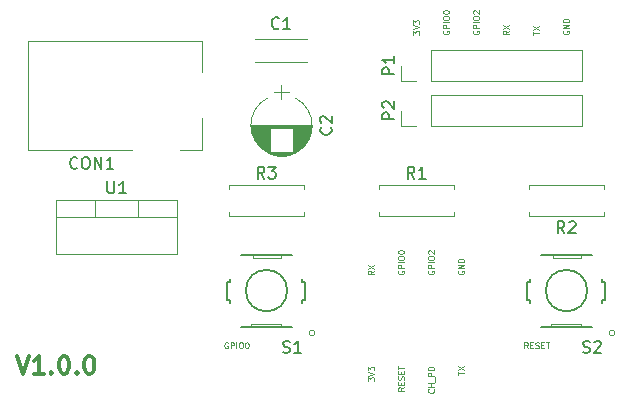
<source format=gbr>
G04 #@! TF.FileFunction,Legend,Top*
%FSLAX46Y46*%
G04 Gerber Fmt 4.6, Leading zero omitted, Abs format (unit mm)*
G04 Created by KiCad (PCBNEW 4.0.5+dfsg1-4~bpo8+1) date Mon Aug 28 11:49:41 2017*
%MOMM*%
%LPD*%
G01*
G04 APERTURE LIST*
%ADD10C,0.100000*%
%ADD11C,0.300000*%
%ADD12C,0.120000*%
%ADD13C,0.152400*%
%ADD14C,0.050800*%
%ADD15C,0.150000*%
G04 APERTURE END LIST*
D10*
X172470000Y-58039048D02*
X172446190Y-58086667D01*
X172446190Y-58158095D01*
X172470000Y-58229524D01*
X172517619Y-58277143D01*
X172565238Y-58300952D01*
X172660476Y-58324762D01*
X172731905Y-58324762D01*
X172827143Y-58300952D01*
X172874762Y-58277143D01*
X172922381Y-58229524D01*
X172946190Y-58158095D01*
X172946190Y-58110476D01*
X172922381Y-58039048D01*
X172898571Y-58015238D01*
X172731905Y-58015238D01*
X172731905Y-58110476D01*
X172946190Y-57800952D02*
X172446190Y-57800952D01*
X172946190Y-57515238D01*
X172446190Y-57515238D01*
X172946190Y-57277142D02*
X172446190Y-57277142D01*
X172446190Y-57158095D01*
X172470000Y-57086666D01*
X172517619Y-57039047D01*
X172565238Y-57015238D01*
X172660476Y-56991428D01*
X172731905Y-56991428D01*
X172827143Y-57015238D01*
X172874762Y-57039047D01*
X172922381Y-57086666D01*
X172946190Y-57158095D01*
X172946190Y-57277142D01*
X169906190Y-58372381D02*
X169906190Y-58086667D01*
X170406190Y-58229524D02*
X169906190Y-58229524D01*
X169906190Y-57967619D02*
X170406190Y-57634286D01*
X169906190Y-57634286D02*
X170406190Y-57967619D01*
X167866190Y-58015238D02*
X167628095Y-58181905D01*
X167866190Y-58300952D02*
X167366190Y-58300952D01*
X167366190Y-58110476D01*
X167390000Y-58062857D01*
X167413810Y-58039048D01*
X167461429Y-58015238D01*
X167532857Y-58015238D01*
X167580476Y-58039048D01*
X167604286Y-58062857D01*
X167628095Y-58110476D01*
X167628095Y-58300952D01*
X167366190Y-57848571D02*
X167866190Y-57515238D01*
X167366190Y-57515238D02*
X167866190Y-57848571D01*
X164850000Y-58039048D02*
X164826190Y-58086667D01*
X164826190Y-58158095D01*
X164850000Y-58229524D01*
X164897619Y-58277143D01*
X164945238Y-58300952D01*
X165040476Y-58324762D01*
X165111905Y-58324762D01*
X165207143Y-58300952D01*
X165254762Y-58277143D01*
X165302381Y-58229524D01*
X165326190Y-58158095D01*
X165326190Y-58110476D01*
X165302381Y-58039048D01*
X165278571Y-58015238D01*
X165111905Y-58015238D01*
X165111905Y-58110476D01*
X165326190Y-57800952D02*
X164826190Y-57800952D01*
X164826190Y-57610476D01*
X164850000Y-57562857D01*
X164873810Y-57539048D01*
X164921429Y-57515238D01*
X164992857Y-57515238D01*
X165040476Y-57539048D01*
X165064286Y-57562857D01*
X165088095Y-57610476D01*
X165088095Y-57800952D01*
X165326190Y-57300952D02*
X164826190Y-57300952D01*
X164826190Y-56967619D02*
X164826190Y-56872381D01*
X164850000Y-56824762D01*
X164897619Y-56777143D01*
X164992857Y-56753334D01*
X165159524Y-56753334D01*
X165254762Y-56777143D01*
X165302381Y-56824762D01*
X165326190Y-56872381D01*
X165326190Y-56967619D01*
X165302381Y-57015238D01*
X165254762Y-57062857D01*
X165159524Y-57086667D01*
X164992857Y-57086667D01*
X164897619Y-57062857D01*
X164850000Y-57015238D01*
X164826190Y-56967619D01*
X164873810Y-56562857D02*
X164850000Y-56539047D01*
X164826190Y-56491428D01*
X164826190Y-56372381D01*
X164850000Y-56324762D01*
X164873810Y-56300952D01*
X164921429Y-56277143D01*
X164969048Y-56277143D01*
X165040476Y-56300952D01*
X165326190Y-56586666D01*
X165326190Y-56277143D01*
X162310000Y-58039048D02*
X162286190Y-58086667D01*
X162286190Y-58158095D01*
X162310000Y-58229524D01*
X162357619Y-58277143D01*
X162405238Y-58300952D01*
X162500476Y-58324762D01*
X162571905Y-58324762D01*
X162667143Y-58300952D01*
X162714762Y-58277143D01*
X162762381Y-58229524D01*
X162786190Y-58158095D01*
X162786190Y-58110476D01*
X162762381Y-58039048D01*
X162738571Y-58015238D01*
X162571905Y-58015238D01*
X162571905Y-58110476D01*
X162786190Y-57800952D02*
X162286190Y-57800952D01*
X162286190Y-57610476D01*
X162310000Y-57562857D01*
X162333810Y-57539048D01*
X162381429Y-57515238D01*
X162452857Y-57515238D01*
X162500476Y-57539048D01*
X162524286Y-57562857D01*
X162548095Y-57610476D01*
X162548095Y-57800952D01*
X162786190Y-57300952D02*
X162286190Y-57300952D01*
X162286190Y-56967619D02*
X162286190Y-56872381D01*
X162310000Y-56824762D01*
X162357619Y-56777143D01*
X162452857Y-56753334D01*
X162619524Y-56753334D01*
X162714762Y-56777143D01*
X162762381Y-56824762D01*
X162786190Y-56872381D01*
X162786190Y-56967619D01*
X162762381Y-57015238D01*
X162714762Y-57062857D01*
X162619524Y-57086667D01*
X162452857Y-57086667D01*
X162357619Y-57062857D01*
X162310000Y-57015238D01*
X162286190Y-56967619D01*
X162286190Y-56443809D02*
X162286190Y-56396190D01*
X162310000Y-56348571D01*
X162333810Y-56324762D01*
X162381429Y-56300952D01*
X162476667Y-56277143D01*
X162595714Y-56277143D01*
X162690952Y-56300952D01*
X162738571Y-56324762D01*
X162762381Y-56348571D01*
X162786190Y-56396190D01*
X162786190Y-56443809D01*
X162762381Y-56491428D01*
X162738571Y-56515238D01*
X162690952Y-56539047D01*
X162595714Y-56562857D01*
X162476667Y-56562857D01*
X162381429Y-56539047D01*
X162333810Y-56515238D01*
X162310000Y-56491428D01*
X162286190Y-56443809D01*
X159746190Y-58348571D02*
X159746190Y-58039048D01*
X159936667Y-58205714D01*
X159936667Y-58134286D01*
X159960476Y-58086667D01*
X159984286Y-58062857D01*
X160031905Y-58039048D01*
X160150952Y-58039048D01*
X160198571Y-58062857D01*
X160222381Y-58086667D01*
X160246190Y-58134286D01*
X160246190Y-58277143D01*
X160222381Y-58324762D01*
X160198571Y-58348571D01*
X159746190Y-57896191D02*
X160246190Y-57729524D01*
X159746190Y-57562858D01*
X159746190Y-57443810D02*
X159746190Y-57134287D01*
X159936667Y-57300953D01*
X159936667Y-57229525D01*
X159960476Y-57181906D01*
X159984286Y-57158096D01*
X160031905Y-57134287D01*
X160150952Y-57134287D01*
X160198571Y-57158096D01*
X160222381Y-57181906D01*
X160246190Y-57229525D01*
X160246190Y-57372382D01*
X160222381Y-57420001D01*
X160198571Y-57443810D01*
X169453810Y-84891190D02*
X169287143Y-84653095D01*
X169168096Y-84891190D02*
X169168096Y-84391190D01*
X169358572Y-84391190D01*
X169406191Y-84415000D01*
X169430000Y-84438810D01*
X169453810Y-84486429D01*
X169453810Y-84557857D01*
X169430000Y-84605476D01*
X169406191Y-84629286D01*
X169358572Y-84653095D01*
X169168096Y-84653095D01*
X169668096Y-84629286D02*
X169834762Y-84629286D01*
X169906191Y-84891190D02*
X169668096Y-84891190D01*
X169668096Y-84391190D01*
X169906191Y-84391190D01*
X170096667Y-84867381D02*
X170168096Y-84891190D01*
X170287143Y-84891190D01*
X170334762Y-84867381D01*
X170358572Y-84843571D01*
X170382381Y-84795952D01*
X170382381Y-84748333D01*
X170358572Y-84700714D01*
X170334762Y-84676905D01*
X170287143Y-84653095D01*
X170191905Y-84629286D01*
X170144286Y-84605476D01*
X170120477Y-84581667D01*
X170096667Y-84534048D01*
X170096667Y-84486429D01*
X170120477Y-84438810D01*
X170144286Y-84415000D01*
X170191905Y-84391190D01*
X170310953Y-84391190D01*
X170382381Y-84415000D01*
X170596667Y-84629286D02*
X170763333Y-84629286D01*
X170834762Y-84891190D02*
X170596667Y-84891190D01*
X170596667Y-84391190D01*
X170834762Y-84391190D01*
X170977619Y-84391190D02*
X171263333Y-84391190D01*
X171120476Y-84891190D02*
X171120476Y-84391190D01*
X144041905Y-84415000D02*
X143994286Y-84391190D01*
X143922858Y-84391190D01*
X143851429Y-84415000D01*
X143803810Y-84462619D01*
X143780001Y-84510238D01*
X143756191Y-84605476D01*
X143756191Y-84676905D01*
X143780001Y-84772143D01*
X143803810Y-84819762D01*
X143851429Y-84867381D01*
X143922858Y-84891190D01*
X143970477Y-84891190D01*
X144041905Y-84867381D01*
X144065715Y-84843571D01*
X144065715Y-84676905D01*
X143970477Y-84676905D01*
X144280001Y-84891190D02*
X144280001Y-84391190D01*
X144470477Y-84391190D01*
X144518096Y-84415000D01*
X144541905Y-84438810D01*
X144565715Y-84486429D01*
X144565715Y-84557857D01*
X144541905Y-84605476D01*
X144518096Y-84629286D01*
X144470477Y-84653095D01*
X144280001Y-84653095D01*
X144780001Y-84891190D02*
X144780001Y-84391190D01*
X145113334Y-84391190D02*
X145208572Y-84391190D01*
X145256191Y-84415000D01*
X145303810Y-84462619D01*
X145327619Y-84557857D01*
X145327619Y-84724524D01*
X145303810Y-84819762D01*
X145256191Y-84867381D01*
X145208572Y-84891190D01*
X145113334Y-84891190D01*
X145065715Y-84867381D01*
X145018096Y-84819762D01*
X144994286Y-84724524D01*
X144994286Y-84557857D01*
X145018096Y-84462619D01*
X145065715Y-84415000D01*
X145113334Y-84391190D01*
X145637144Y-84391190D02*
X145684763Y-84391190D01*
X145732382Y-84415000D01*
X145756191Y-84438810D01*
X145780001Y-84486429D01*
X145803810Y-84581667D01*
X145803810Y-84700714D01*
X145780001Y-84795952D01*
X145756191Y-84843571D01*
X145732382Y-84867381D01*
X145684763Y-84891190D01*
X145637144Y-84891190D01*
X145589525Y-84867381D01*
X145565715Y-84843571D01*
X145541906Y-84795952D01*
X145518096Y-84700714D01*
X145518096Y-84581667D01*
X145541906Y-84486429D01*
X145565715Y-84438810D01*
X145589525Y-84415000D01*
X145637144Y-84391190D01*
X163556190Y-87169523D02*
X163556190Y-86883809D01*
X164056190Y-87026666D02*
X163556190Y-87026666D01*
X163556190Y-86764761D02*
X164056190Y-86431428D01*
X163556190Y-86431428D02*
X164056190Y-86764761D01*
X161468571Y-88360000D02*
X161492381Y-88383810D01*
X161516190Y-88455238D01*
X161516190Y-88502857D01*
X161492381Y-88574286D01*
X161444762Y-88621905D01*
X161397143Y-88645714D01*
X161301905Y-88669524D01*
X161230476Y-88669524D01*
X161135238Y-88645714D01*
X161087619Y-88621905D01*
X161040000Y-88574286D01*
X161016190Y-88502857D01*
X161016190Y-88455238D01*
X161040000Y-88383810D01*
X161063810Y-88360000D01*
X161516190Y-88145714D02*
X161016190Y-88145714D01*
X161254286Y-88145714D02*
X161254286Y-87860000D01*
X161516190Y-87860000D02*
X161016190Y-87860000D01*
X161563810Y-87740952D02*
X161563810Y-87360000D01*
X161516190Y-87240952D02*
X161016190Y-87240952D01*
X161016190Y-87050476D01*
X161040000Y-87002857D01*
X161063810Y-86979048D01*
X161111429Y-86955238D01*
X161182857Y-86955238D01*
X161230476Y-86979048D01*
X161254286Y-87002857D01*
X161278095Y-87050476D01*
X161278095Y-87240952D01*
X161516190Y-86740952D02*
X161016190Y-86740952D01*
X161016190Y-86621905D01*
X161040000Y-86550476D01*
X161087619Y-86502857D01*
X161135238Y-86479048D01*
X161230476Y-86455238D01*
X161301905Y-86455238D01*
X161397143Y-86479048D01*
X161444762Y-86502857D01*
X161492381Y-86550476D01*
X161516190Y-86621905D01*
X161516190Y-86740952D01*
X158976190Y-88217142D02*
X158738095Y-88383809D01*
X158976190Y-88502856D02*
X158476190Y-88502856D01*
X158476190Y-88312380D01*
X158500000Y-88264761D01*
X158523810Y-88240952D01*
X158571429Y-88217142D01*
X158642857Y-88217142D01*
X158690476Y-88240952D01*
X158714286Y-88264761D01*
X158738095Y-88312380D01*
X158738095Y-88502856D01*
X158714286Y-88002856D02*
X158714286Y-87836190D01*
X158976190Y-87764761D02*
X158976190Y-88002856D01*
X158476190Y-88002856D01*
X158476190Y-87764761D01*
X158952381Y-87574285D02*
X158976190Y-87502856D01*
X158976190Y-87383809D01*
X158952381Y-87336190D01*
X158928571Y-87312380D01*
X158880952Y-87288571D01*
X158833333Y-87288571D01*
X158785714Y-87312380D01*
X158761905Y-87336190D01*
X158738095Y-87383809D01*
X158714286Y-87479047D01*
X158690476Y-87526666D01*
X158666667Y-87550475D01*
X158619048Y-87574285D01*
X158571429Y-87574285D01*
X158523810Y-87550475D01*
X158500000Y-87526666D01*
X158476190Y-87479047D01*
X158476190Y-87359999D01*
X158500000Y-87288571D01*
X158714286Y-87074285D02*
X158714286Y-86907619D01*
X158976190Y-86836190D02*
X158976190Y-87074285D01*
X158476190Y-87074285D01*
X158476190Y-86836190D01*
X158476190Y-86693333D02*
X158476190Y-86407619D01*
X158976190Y-86550476D02*
X158476190Y-86550476D01*
X155936190Y-87669522D02*
X155936190Y-87359999D01*
X156126667Y-87526665D01*
X156126667Y-87455237D01*
X156150476Y-87407618D01*
X156174286Y-87383808D01*
X156221905Y-87359999D01*
X156340952Y-87359999D01*
X156388571Y-87383808D01*
X156412381Y-87407618D01*
X156436190Y-87455237D01*
X156436190Y-87598094D01*
X156412381Y-87645713D01*
X156388571Y-87669522D01*
X155936190Y-87217142D02*
X156436190Y-87050475D01*
X155936190Y-86883809D01*
X155936190Y-86764761D02*
X155936190Y-86455238D01*
X156126667Y-86621904D01*
X156126667Y-86550476D01*
X156150476Y-86502857D01*
X156174286Y-86479047D01*
X156221905Y-86455238D01*
X156340952Y-86455238D01*
X156388571Y-86479047D01*
X156412381Y-86502857D01*
X156436190Y-86550476D01*
X156436190Y-86693333D01*
X156412381Y-86740952D01*
X156388571Y-86764761D01*
X163580000Y-78359048D02*
X163556190Y-78406667D01*
X163556190Y-78478095D01*
X163580000Y-78549524D01*
X163627619Y-78597143D01*
X163675238Y-78620952D01*
X163770476Y-78644762D01*
X163841905Y-78644762D01*
X163937143Y-78620952D01*
X163984762Y-78597143D01*
X164032381Y-78549524D01*
X164056190Y-78478095D01*
X164056190Y-78430476D01*
X164032381Y-78359048D01*
X164008571Y-78335238D01*
X163841905Y-78335238D01*
X163841905Y-78430476D01*
X164056190Y-78120952D02*
X163556190Y-78120952D01*
X164056190Y-77835238D01*
X163556190Y-77835238D01*
X164056190Y-77597142D02*
X163556190Y-77597142D01*
X163556190Y-77478095D01*
X163580000Y-77406666D01*
X163627619Y-77359047D01*
X163675238Y-77335238D01*
X163770476Y-77311428D01*
X163841905Y-77311428D01*
X163937143Y-77335238D01*
X163984762Y-77359047D01*
X164032381Y-77406666D01*
X164056190Y-77478095D01*
X164056190Y-77597142D01*
X161040000Y-78359048D02*
X161016190Y-78406667D01*
X161016190Y-78478095D01*
X161040000Y-78549524D01*
X161087619Y-78597143D01*
X161135238Y-78620952D01*
X161230476Y-78644762D01*
X161301905Y-78644762D01*
X161397143Y-78620952D01*
X161444762Y-78597143D01*
X161492381Y-78549524D01*
X161516190Y-78478095D01*
X161516190Y-78430476D01*
X161492381Y-78359048D01*
X161468571Y-78335238D01*
X161301905Y-78335238D01*
X161301905Y-78430476D01*
X161516190Y-78120952D02*
X161016190Y-78120952D01*
X161016190Y-77930476D01*
X161040000Y-77882857D01*
X161063810Y-77859048D01*
X161111429Y-77835238D01*
X161182857Y-77835238D01*
X161230476Y-77859048D01*
X161254286Y-77882857D01*
X161278095Y-77930476D01*
X161278095Y-78120952D01*
X161516190Y-77620952D02*
X161016190Y-77620952D01*
X161016190Y-77287619D02*
X161016190Y-77192381D01*
X161040000Y-77144762D01*
X161087619Y-77097143D01*
X161182857Y-77073334D01*
X161349524Y-77073334D01*
X161444762Y-77097143D01*
X161492381Y-77144762D01*
X161516190Y-77192381D01*
X161516190Y-77287619D01*
X161492381Y-77335238D01*
X161444762Y-77382857D01*
X161349524Y-77406667D01*
X161182857Y-77406667D01*
X161087619Y-77382857D01*
X161040000Y-77335238D01*
X161016190Y-77287619D01*
X161063810Y-76882857D02*
X161040000Y-76859047D01*
X161016190Y-76811428D01*
X161016190Y-76692381D01*
X161040000Y-76644762D01*
X161063810Y-76620952D01*
X161111429Y-76597143D01*
X161159048Y-76597143D01*
X161230476Y-76620952D01*
X161516190Y-76906666D01*
X161516190Y-76597143D01*
X158500000Y-78359048D02*
X158476190Y-78406667D01*
X158476190Y-78478095D01*
X158500000Y-78549524D01*
X158547619Y-78597143D01*
X158595238Y-78620952D01*
X158690476Y-78644762D01*
X158761905Y-78644762D01*
X158857143Y-78620952D01*
X158904762Y-78597143D01*
X158952381Y-78549524D01*
X158976190Y-78478095D01*
X158976190Y-78430476D01*
X158952381Y-78359048D01*
X158928571Y-78335238D01*
X158761905Y-78335238D01*
X158761905Y-78430476D01*
X158976190Y-78120952D02*
X158476190Y-78120952D01*
X158476190Y-77930476D01*
X158500000Y-77882857D01*
X158523810Y-77859048D01*
X158571429Y-77835238D01*
X158642857Y-77835238D01*
X158690476Y-77859048D01*
X158714286Y-77882857D01*
X158738095Y-77930476D01*
X158738095Y-78120952D01*
X158976190Y-77620952D02*
X158476190Y-77620952D01*
X158476190Y-77287619D02*
X158476190Y-77192381D01*
X158500000Y-77144762D01*
X158547619Y-77097143D01*
X158642857Y-77073334D01*
X158809524Y-77073334D01*
X158904762Y-77097143D01*
X158952381Y-77144762D01*
X158976190Y-77192381D01*
X158976190Y-77287619D01*
X158952381Y-77335238D01*
X158904762Y-77382857D01*
X158809524Y-77406667D01*
X158642857Y-77406667D01*
X158547619Y-77382857D01*
X158500000Y-77335238D01*
X158476190Y-77287619D01*
X158476190Y-76763809D02*
X158476190Y-76716190D01*
X158500000Y-76668571D01*
X158523810Y-76644762D01*
X158571429Y-76620952D01*
X158666667Y-76597143D01*
X158785714Y-76597143D01*
X158880952Y-76620952D01*
X158928571Y-76644762D01*
X158952381Y-76668571D01*
X158976190Y-76716190D01*
X158976190Y-76763809D01*
X158952381Y-76811428D01*
X158928571Y-76835238D01*
X158880952Y-76859047D01*
X158785714Y-76882857D01*
X158666667Y-76882857D01*
X158571429Y-76859047D01*
X158523810Y-76835238D01*
X158500000Y-76811428D01*
X158476190Y-76763809D01*
X156436190Y-78335238D02*
X156198095Y-78501905D01*
X156436190Y-78620952D02*
X155936190Y-78620952D01*
X155936190Y-78430476D01*
X155960000Y-78382857D01*
X155983810Y-78359048D01*
X156031429Y-78335238D01*
X156102857Y-78335238D01*
X156150476Y-78359048D01*
X156174286Y-78382857D01*
X156198095Y-78430476D01*
X156198095Y-78620952D01*
X155936190Y-78168571D02*
X156436190Y-77835238D01*
X155936190Y-77835238D02*
X156436190Y-78168571D01*
D11*
X126182858Y-85538571D02*
X126682858Y-87038571D01*
X127182858Y-85538571D01*
X128468572Y-87038571D02*
X127611429Y-87038571D01*
X128040001Y-87038571D02*
X128040001Y-85538571D01*
X127897144Y-85752857D01*
X127754286Y-85895714D01*
X127611429Y-85967143D01*
X129111429Y-86895714D02*
X129182857Y-86967143D01*
X129111429Y-87038571D01*
X129040000Y-86967143D01*
X129111429Y-86895714D01*
X129111429Y-87038571D01*
X130111429Y-85538571D02*
X130254286Y-85538571D01*
X130397143Y-85610000D01*
X130468572Y-85681429D01*
X130540001Y-85824286D01*
X130611429Y-86110000D01*
X130611429Y-86467143D01*
X130540001Y-86752857D01*
X130468572Y-86895714D01*
X130397143Y-86967143D01*
X130254286Y-87038571D01*
X130111429Y-87038571D01*
X129968572Y-86967143D01*
X129897143Y-86895714D01*
X129825715Y-86752857D01*
X129754286Y-86467143D01*
X129754286Y-86110000D01*
X129825715Y-85824286D01*
X129897143Y-85681429D01*
X129968572Y-85610000D01*
X130111429Y-85538571D01*
X131254286Y-86895714D02*
X131325714Y-86967143D01*
X131254286Y-87038571D01*
X131182857Y-86967143D01*
X131254286Y-86895714D01*
X131254286Y-87038571D01*
X132254286Y-85538571D02*
X132397143Y-85538571D01*
X132540000Y-85610000D01*
X132611429Y-85681429D01*
X132682858Y-85824286D01*
X132754286Y-86110000D01*
X132754286Y-86467143D01*
X132682858Y-86752857D01*
X132611429Y-86895714D01*
X132540000Y-86967143D01*
X132397143Y-87038571D01*
X132254286Y-87038571D01*
X132111429Y-86967143D01*
X132040000Y-86895714D01*
X131968572Y-86752857D01*
X131897143Y-86467143D01*
X131897143Y-86110000D01*
X131968572Y-85824286D01*
X132040000Y-85681429D01*
X132111429Y-85610000D01*
X132254286Y-85538571D01*
D12*
X149769723Y-68325722D02*
G75*
G03X149770000Y-63714420I-1179723J2305722D01*
G01*
X147410277Y-68325722D02*
G75*
G02X147410000Y-63714420I1179723J2305722D01*
G01*
X147410277Y-68325722D02*
G75*
G03X149770000Y-68325580I1179723J2305722D01*
G01*
X151140000Y-66020000D02*
X146040000Y-66020000D01*
X151140000Y-66060000D02*
X146040000Y-66060000D01*
X151139000Y-66100000D02*
X146041000Y-66100000D01*
X151138000Y-66140000D02*
X146042000Y-66140000D01*
X151136000Y-66180000D02*
X146044000Y-66180000D01*
X151133000Y-66220000D02*
X146047000Y-66220000D01*
X151129000Y-66260000D02*
X146051000Y-66260000D01*
X151125000Y-66300000D02*
X149570000Y-66300000D01*
X147610000Y-66300000D02*
X146055000Y-66300000D01*
X151121000Y-66340000D02*
X149570000Y-66340000D01*
X147610000Y-66340000D02*
X146059000Y-66340000D01*
X151115000Y-66380000D02*
X149570000Y-66380000D01*
X147610000Y-66380000D02*
X146065000Y-66380000D01*
X151109000Y-66420000D02*
X149570000Y-66420000D01*
X147610000Y-66420000D02*
X146071000Y-66420000D01*
X151103000Y-66460000D02*
X149570000Y-66460000D01*
X147610000Y-66460000D02*
X146077000Y-66460000D01*
X151096000Y-66500000D02*
X149570000Y-66500000D01*
X147610000Y-66500000D02*
X146084000Y-66500000D01*
X151088000Y-66540000D02*
X149570000Y-66540000D01*
X147610000Y-66540000D02*
X146092000Y-66540000D01*
X151079000Y-66580000D02*
X149570000Y-66580000D01*
X147610000Y-66580000D02*
X146101000Y-66580000D01*
X151070000Y-66620000D02*
X149570000Y-66620000D01*
X147610000Y-66620000D02*
X146110000Y-66620000D01*
X151060000Y-66660000D02*
X149570000Y-66660000D01*
X147610000Y-66660000D02*
X146120000Y-66660000D01*
X151050000Y-66700000D02*
X149570000Y-66700000D01*
X147610000Y-66700000D02*
X146130000Y-66700000D01*
X151038000Y-66741000D02*
X149570000Y-66741000D01*
X147610000Y-66741000D02*
X146142000Y-66741000D01*
X151026000Y-66781000D02*
X149570000Y-66781000D01*
X147610000Y-66781000D02*
X146154000Y-66781000D01*
X151014000Y-66821000D02*
X149570000Y-66821000D01*
X147610000Y-66821000D02*
X146166000Y-66821000D01*
X151000000Y-66861000D02*
X149570000Y-66861000D01*
X147610000Y-66861000D02*
X146180000Y-66861000D01*
X150986000Y-66901000D02*
X149570000Y-66901000D01*
X147610000Y-66901000D02*
X146194000Y-66901000D01*
X150972000Y-66941000D02*
X149570000Y-66941000D01*
X147610000Y-66941000D02*
X146208000Y-66941000D01*
X150956000Y-66981000D02*
X149570000Y-66981000D01*
X147610000Y-66981000D02*
X146224000Y-66981000D01*
X150940000Y-67021000D02*
X149570000Y-67021000D01*
X147610000Y-67021000D02*
X146240000Y-67021000D01*
X150923000Y-67061000D02*
X149570000Y-67061000D01*
X147610000Y-67061000D02*
X146257000Y-67061000D01*
X150905000Y-67101000D02*
X149570000Y-67101000D01*
X147610000Y-67101000D02*
X146275000Y-67101000D01*
X150886000Y-67141000D02*
X149570000Y-67141000D01*
X147610000Y-67141000D02*
X146294000Y-67141000D01*
X150866000Y-67181000D02*
X149570000Y-67181000D01*
X147610000Y-67181000D02*
X146314000Y-67181000D01*
X150846000Y-67221000D02*
X149570000Y-67221000D01*
X147610000Y-67221000D02*
X146334000Y-67221000D01*
X150824000Y-67261000D02*
X149570000Y-67261000D01*
X147610000Y-67261000D02*
X146356000Y-67261000D01*
X150802000Y-67301000D02*
X149570000Y-67301000D01*
X147610000Y-67301000D02*
X146378000Y-67301000D01*
X150779000Y-67341000D02*
X149570000Y-67341000D01*
X147610000Y-67341000D02*
X146401000Y-67341000D01*
X150755000Y-67381000D02*
X149570000Y-67381000D01*
X147610000Y-67381000D02*
X146425000Y-67381000D01*
X150730000Y-67421000D02*
X149570000Y-67421000D01*
X147610000Y-67421000D02*
X146450000Y-67421000D01*
X150703000Y-67461000D02*
X149570000Y-67461000D01*
X147610000Y-67461000D02*
X146477000Y-67461000D01*
X150676000Y-67501000D02*
X149570000Y-67501000D01*
X147610000Y-67501000D02*
X146504000Y-67501000D01*
X150648000Y-67541000D02*
X149570000Y-67541000D01*
X147610000Y-67541000D02*
X146532000Y-67541000D01*
X150618000Y-67581000D02*
X149570000Y-67581000D01*
X147610000Y-67581000D02*
X146562000Y-67581000D01*
X150587000Y-67621000D02*
X149570000Y-67621000D01*
X147610000Y-67621000D02*
X146593000Y-67621000D01*
X150555000Y-67661000D02*
X149570000Y-67661000D01*
X147610000Y-67661000D02*
X146625000Y-67661000D01*
X150522000Y-67701000D02*
X149570000Y-67701000D01*
X147610000Y-67701000D02*
X146658000Y-67701000D01*
X150487000Y-67741000D02*
X149570000Y-67741000D01*
X147610000Y-67741000D02*
X146693000Y-67741000D01*
X150451000Y-67781000D02*
X149570000Y-67781000D01*
X147610000Y-67781000D02*
X146729000Y-67781000D01*
X150413000Y-67821000D02*
X149570000Y-67821000D01*
X147610000Y-67821000D02*
X146767000Y-67821000D01*
X150373000Y-67861000D02*
X149570000Y-67861000D01*
X147610000Y-67861000D02*
X146807000Y-67861000D01*
X150332000Y-67901000D02*
X149570000Y-67901000D01*
X147610000Y-67901000D02*
X146848000Y-67901000D01*
X150289000Y-67941000D02*
X149570000Y-67941000D01*
X147610000Y-67941000D02*
X146891000Y-67941000D01*
X150244000Y-67981000D02*
X149570000Y-67981000D01*
X147610000Y-67981000D02*
X146936000Y-67981000D01*
X150196000Y-68021000D02*
X149570000Y-68021000D01*
X147610000Y-68021000D02*
X146984000Y-68021000D01*
X150146000Y-68061000D02*
X149570000Y-68061000D01*
X147610000Y-68061000D02*
X147034000Y-68061000D01*
X150094000Y-68101000D02*
X149570000Y-68101000D01*
X147610000Y-68101000D02*
X147086000Y-68101000D01*
X150038000Y-68141000D02*
X149570000Y-68141000D01*
X147610000Y-68141000D02*
X147142000Y-68141000D01*
X149980000Y-68181000D02*
X149570000Y-68181000D01*
X147610000Y-68181000D02*
X147200000Y-68181000D01*
X149917000Y-68221000D02*
X149570000Y-68221000D01*
X147610000Y-68221000D02*
X147263000Y-68221000D01*
X149851000Y-68261000D02*
X147329000Y-68261000D01*
X149779000Y-68301000D02*
X147401000Y-68301000D01*
X149702000Y-68341000D02*
X147478000Y-68341000D01*
X149618000Y-68381000D02*
X147562000Y-68381000D01*
X149524000Y-68421000D02*
X147656000Y-68421000D01*
X149419000Y-68461000D02*
X147761000Y-68461000D01*
X149297000Y-68501000D02*
X147883000Y-68501000D01*
X149149000Y-68541000D02*
X148031000Y-68541000D01*
X148944000Y-68581000D02*
X148236000Y-68581000D01*
X148590000Y-62570000D02*
X148590000Y-63770000D01*
X149240000Y-63170000D02*
X147940000Y-63170000D01*
X135970000Y-68100000D02*
X127170000Y-68100000D01*
X127170000Y-68100000D02*
X127170000Y-58900000D01*
X141870000Y-65400000D02*
X141870000Y-68100000D01*
X141870000Y-68100000D02*
X139970000Y-68100000D01*
X127170000Y-58900000D02*
X141870000Y-58900000D01*
X141870000Y-58900000D02*
X141870000Y-61500000D01*
X156810000Y-71410000D02*
X156810000Y-71080000D01*
X156810000Y-71080000D02*
X163230000Y-71080000D01*
X163230000Y-71080000D02*
X163230000Y-71410000D01*
X156810000Y-73370000D02*
X156810000Y-73700000D01*
X156810000Y-73700000D02*
X163230000Y-73700000D01*
X163230000Y-73700000D02*
X163230000Y-73370000D01*
X175930000Y-73370000D02*
X175930000Y-73700000D01*
X175930000Y-73700000D02*
X169510000Y-73700000D01*
X169510000Y-73700000D02*
X169510000Y-73370000D01*
X175930000Y-71410000D02*
X175930000Y-71080000D01*
X175930000Y-71080000D02*
X169510000Y-71080000D01*
X169510000Y-71080000D02*
X169510000Y-71410000D01*
X144110000Y-71410000D02*
X144110000Y-71080000D01*
X144110000Y-71080000D02*
X150530000Y-71080000D01*
X150530000Y-71080000D02*
X150530000Y-71410000D01*
X144110000Y-73370000D02*
X144110000Y-73700000D01*
X144110000Y-73700000D02*
X150530000Y-73700000D01*
X150530000Y-73700000D02*
X150530000Y-73370000D01*
D13*
X144018000Y-79248000D02*
X144272000Y-79248000D01*
X144018000Y-79248000D02*
X144018000Y-80772000D01*
X144272000Y-80772000D02*
X144018000Y-80772000D01*
X150622000Y-80772000D02*
X150368000Y-80772000D01*
X150622000Y-80772000D02*
X150622000Y-79248000D01*
X150368000Y-79248000D02*
X150622000Y-79248000D01*
D14*
X148590000Y-83058000D02*
X148590000Y-82804000D01*
X146050000Y-82804000D02*
X148590000Y-82804000D01*
X146050000Y-82804000D02*
X146050000Y-83058000D01*
X146177000Y-77216000D02*
X148590000Y-77216000D01*
X146177000Y-77216000D02*
X146177000Y-76962000D01*
X148590000Y-77216000D02*
X148590000Y-76962000D01*
D13*
X149479000Y-76962000D02*
X148590000Y-76962000D01*
X145161000Y-83058000D02*
X146050000Y-83058000D01*
X146050000Y-83058000D02*
X148590000Y-83058000D01*
X148590000Y-83058000D02*
X149479000Y-83058000D01*
X148590000Y-76962000D02*
X146177000Y-76962000D01*
X146177000Y-76962000D02*
X145161000Y-76962000D01*
X144272000Y-79248000D02*
X144272000Y-78994000D01*
X144272000Y-80772000D02*
X144272000Y-81026000D01*
X150368000Y-79248000D02*
X150368000Y-78994000D01*
X150368000Y-80772000D02*
X150368000Y-81026000D01*
X149070000Y-80010000D02*
G75*
G03X149070000Y-80010000I-1750000J0D01*
G01*
D10*
X151420000Y-83610000D02*
G75*
G03X151420000Y-83610000I-250000J0D01*
G01*
D13*
X169418000Y-79248000D02*
X169672000Y-79248000D01*
X169418000Y-79248000D02*
X169418000Y-80772000D01*
X169672000Y-80772000D02*
X169418000Y-80772000D01*
X176022000Y-80772000D02*
X175768000Y-80772000D01*
X176022000Y-80772000D02*
X176022000Y-79248000D01*
X175768000Y-79248000D02*
X176022000Y-79248000D01*
D14*
X173990000Y-83058000D02*
X173990000Y-82804000D01*
X171450000Y-82804000D02*
X173990000Y-82804000D01*
X171450000Y-82804000D02*
X171450000Y-83058000D01*
X171577000Y-77216000D02*
X173990000Y-77216000D01*
X171577000Y-77216000D02*
X171577000Y-76962000D01*
X173990000Y-77216000D02*
X173990000Y-76962000D01*
D13*
X174879000Y-76962000D02*
X173990000Y-76962000D01*
X170561000Y-83058000D02*
X171450000Y-83058000D01*
X171450000Y-83058000D02*
X173990000Y-83058000D01*
X173990000Y-83058000D02*
X174879000Y-83058000D01*
X173990000Y-76962000D02*
X171577000Y-76962000D01*
X171577000Y-76962000D02*
X170561000Y-76962000D01*
X169672000Y-79248000D02*
X169672000Y-78994000D01*
X169672000Y-80772000D02*
X169672000Y-81026000D01*
X175768000Y-79248000D02*
X175768000Y-78994000D01*
X175768000Y-80772000D02*
X175768000Y-81026000D01*
X174470000Y-80010000D02*
G75*
G03X174470000Y-80010000I-1750000J0D01*
G01*
D10*
X176820000Y-83610000D02*
G75*
G03X176820000Y-83610000I-250000J0D01*
G01*
D12*
X129500000Y-72310000D02*
X139740000Y-72310000D01*
X129500000Y-76951000D02*
X139740000Y-76951000D01*
X129500000Y-72310000D02*
X129500000Y-76951000D01*
X139740000Y-72310000D02*
X139740000Y-76951000D01*
X129500000Y-73820000D02*
X139740000Y-73820000D01*
X132770000Y-72310000D02*
X132770000Y-73820000D01*
X136471000Y-72310000D02*
X136471000Y-73820000D01*
X146340000Y-58680000D02*
X150760000Y-58680000D01*
X146340000Y-60700000D02*
X150760000Y-60700000D01*
X146340000Y-58680000D02*
X146340000Y-58694000D01*
X146340000Y-60686000D02*
X146340000Y-60700000D01*
X150760000Y-58680000D02*
X150760000Y-58694000D01*
X150760000Y-60686000D02*
X150760000Y-60700000D01*
X174050000Y-62290000D02*
X174050000Y-59630000D01*
X161290000Y-62290000D02*
X174050000Y-62290000D01*
X161290000Y-59630000D02*
X174050000Y-59630000D01*
X161290000Y-62290000D02*
X161290000Y-59630000D01*
X160020000Y-62290000D02*
X158690000Y-62290000D01*
X158690000Y-62290000D02*
X158690000Y-60960000D01*
X174050000Y-66100000D02*
X174050000Y-63440000D01*
X161290000Y-66100000D02*
X174050000Y-66100000D01*
X161290000Y-63440000D02*
X174050000Y-63440000D01*
X161290000Y-66100000D02*
X161290000Y-63440000D01*
X160020000Y-66100000D02*
X158690000Y-66100000D01*
X158690000Y-66100000D02*
X158690000Y-64770000D01*
D15*
X152757143Y-66186666D02*
X152804762Y-66234285D01*
X152852381Y-66377142D01*
X152852381Y-66472380D01*
X152804762Y-66615238D01*
X152709524Y-66710476D01*
X152614286Y-66758095D01*
X152423810Y-66805714D01*
X152280952Y-66805714D01*
X152090476Y-66758095D01*
X151995238Y-66710476D01*
X151900000Y-66615238D01*
X151852381Y-66472380D01*
X151852381Y-66377142D01*
X151900000Y-66234285D01*
X151947619Y-66186666D01*
X151947619Y-65805714D02*
X151900000Y-65758095D01*
X151852381Y-65662857D01*
X151852381Y-65424761D01*
X151900000Y-65329523D01*
X151947619Y-65281904D01*
X152042857Y-65234285D01*
X152138095Y-65234285D01*
X152280952Y-65281904D01*
X152852381Y-65853333D01*
X152852381Y-65234285D01*
X131305715Y-69607143D02*
X131258096Y-69654762D01*
X131115239Y-69702381D01*
X131020001Y-69702381D01*
X130877143Y-69654762D01*
X130781905Y-69559524D01*
X130734286Y-69464286D01*
X130686667Y-69273810D01*
X130686667Y-69130952D01*
X130734286Y-68940476D01*
X130781905Y-68845238D01*
X130877143Y-68750000D01*
X131020001Y-68702381D01*
X131115239Y-68702381D01*
X131258096Y-68750000D01*
X131305715Y-68797619D01*
X131924762Y-68702381D02*
X132115239Y-68702381D01*
X132210477Y-68750000D01*
X132305715Y-68845238D01*
X132353334Y-69035714D01*
X132353334Y-69369048D01*
X132305715Y-69559524D01*
X132210477Y-69654762D01*
X132115239Y-69702381D01*
X131924762Y-69702381D01*
X131829524Y-69654762D01*
X131734286Y-69559524D01*
X131686667Y-69369048D01*
X131686667Y-69035714D01*
X131734286Y-68845238D01*
X131829524Y-68750000D01*
X131924762Y-68702381D01*
X132781905Y-69702381D02*
X132781905Y-68702381D01*
X133353334Y-69702381D01*
X133353334Y-68702381D01*
X134353334Y-69702381D02*
X133781905Y-69702381D01*
X134067619Y-69702381D02*
X134067619Y-68702381D01*
X133972381Y-68845238D01*
X133877143Y-68940476D01*
X133781905Y-68988095D01*
X159853334Y-70532381D02*
X159520000Y-70056190D01*
X159281905Y-70532381D02*
X159281905Y-69532381D01*
X159662858Y-69532381D01*
X159758096Y-69580000D01*
X159805715Y-69627619D01*
X159853334Y-69722857D01*
X159853334Y-69865714D01*
X159805715Y-69960952D01*
X159758096Y-70008571D01*
X159662858Y-70056190D01*
X159281905Y-70056190D01*
X160805715Y-70532381D02*
X160234286Y-70532381D01*
X160520000Y-70532381D02*
X160520000Y-69532381D01*
X160424762Y-69675238D01*
X160329524Y-69770476D01*
X160234286Y-69818095D01*
X172553334Y-75152381D02*
X172220000Y-74676190D01*
X171981905Y-75152381D02*
X171981905Y-74152381D01*
X172362858Y-74152381D01*
X172458096Y-74200000D01*
X172505715Y-74247619D01*
X172553334Y-74342857D01*
X172553334Y-74485714D01*
X172505715Y-74580952D01*
X172458096Y-74628571D01*
X172362858Y-74676190D01*
X171981905Y-74676190D01*
X172934286Y-74247619D02*
X172981905Y-74200000D01*
X173077143Y-74152381D01*
X173315239Y-74152381D01*
X173410477Y-74200000D01*
X173458096Y-74247619D01*
X173505715Y-74342857D01*
X173505715Y-74438095D01*
X173458096Y-74580952D01*
X172886667Y-75152381D01*
X173505715Y-75152381D01*
X147153334Y-70532381D02*
X146820000Y-70056190D01*
X146581905Y-70532381D02*
X146581905Y-69532381D01*
X146962858Y-69532381D01*
X147058096Y-69580000D01*
X147105715Y-69627619D01*
X147153334Y-69722857D01*
X147153334Y-69865714D01*
X147105715Y-69960952D01*
X147058096Y-70008571D01*
X146962858Y-70056190D01*
X146581905Y-70056190D01*
X147486667Y-69532381D02*
X148105715Y-69532381D01*
X147772381Y-69913333D01*
X147915239Y-69913333D01*
X148010477Y-69960952D01*
X148058096Y-70008571D01*
X148105715Y-70103810D01*
X148105715Y-70341905D01*
X148058096Y-70437143D01*
X148010477Y-70484762D01*
X147915239Y-70532381D01*
X147629524Y-70532381D01*
X147534286Y-70484762D01*
X147486667Y-70437143D01*
X148716879Y-85235699D02*
X148859816Y-85283344D01*
X149098045Y-85283344D01*
X149193336Y-85235699D01*
X149240982Y-85188053D01*
X149288627Y-85092761D01*
X149288627Y-84997470D01*
X149240982Y-84902179D01*
X149193336Y-84854533D01*
X149098045Y-84806887D01*
X148907462Y-84759241D01*
X148812170Y-84711596D01*
X148764525Y-84663950D01*
X148716879Y-84568659D01*
X148716879Y-84473367D01*
X148764525Y-84378076D01*
X148812170Y-84330430D01*
X148907462Y-84282784D01*
X149145690Y-84282784D01*
X149288627Y-84330430D01*
X150241541Y-85283344D02*
X149669793Y-85283344D01*
X149955667Y-85283344D02*
X149955667Y-84282784D01*
X149860376Y-84425721D01*
X149765084Y-84521013D01*
X149669793Y-84568659D01*
X174116879Y-85235699D02*
X174259816Y-85283344D01*
X174498045Y-85283344D01*
X174593336Y-85235699D01*
X174640982Y-85188053D01*
X174688627Y-85092761D01*
X174688627Y-84997470D01*
X174640982Y-84902179D01*
X174593336Y-84854533D01*
X174498045Y-84806887D01*
X174307462Y-84759241D01*
X174212170Y-84711596D01*
X174164525Y-84663950D01*
X174116879Y-84568659D01*
X174116879Y-84473367D01*
X174164525Y-84378076D01*
X174212170Y-84330430D01*
X174307462Y-84282784D01*
X174545690Y-84282784D01*
X174688627Y-84330430D01*
X175069793Y-84378076D02*
X175117439Y-84330430D01*
X175212730Y-84282784D01*
X175450959Y-84282784D01*
X175546250Y-84330430D01*
X175593896Y-84378076D01*
X175641541Y-84473367D01*
X175641541Y-84568659D01*
X175593896Y-84711596D01*
X175022147Y-85283344D01*
X175641541Y-85283344D01*
X133858095Y-70762381D02*
X133858095Y-71571905D01*
X133905714Y-71667143D01*
X133953333Y-71714762D01*
X134048571Y-71762381D01*
X134239048Y-71762381D01*
X134334286Y-71714762D01*
X134381905Y-71667143D01*
X134429524Y-71571905D01*
X134429524Y-70762381D01*
X135429524Y-71762381D02*
X134858095Y-71762381D01*
X135143809Y-71762381D02*
X135143809Y-70762381D01*
X135048571Y-70905238D01*
X134953333Y-71000476D01*
X134858095Y-71048095D01*
X148383334Y-57787143D02*
X148335715Y-57834762D01*
X148192858Y-57882381D01*
X148097620Y-57882381D01*
X147954762Y-57834762D01*
X147859524Y-57739524D01*
X147811905Y-57644286D01*
X147764286Y-57453810D01*
X147764286Y-57310952D01*
X147811905Y-57120476D01*
X147859524Y-57025238D01*
X147954762Y-56930000D01*
X148097620Y-56882381D01*
X148192858Y-56882381D01*
X148335715Y-56930000D01*
X148383334Y-56977619D01*
X149335715Y-57882381D02*
X148764286Y-57882381D01*
X149050000Y-57882381D02*
X149050000Y-56882381D01*
X148954762Y-57025238D01*
X148859524Y-57120476D01*
X148764286Y-57168095D01*
X158142381Y-61698095D02*
X157142381Y-61698095D01*
X157142381Y-61317142D01*
X157190000Y-61221904D01*
X157237619Y-61174285D01*
X157332857Y-61126666D01*
X157475714Y-61126666D01*
X157570952Y-61174285D01*
X157618571Y-61221904D01*
X157666190Y-61317142D01*
X157666190Y-61698095D01*
X158142381Y-60174285D02*
X158142381Y-60745714D01*
X158142381Y-60460000D02*
X157142381Y-60460000D01*
X157285238Y-60555238D01*
X157380476Y-60650476D01*
X157428095Y-60745714D01*
X158142381Y-65508095D02*
X157142381Y-65508095D01*
X157142381Y-65127142D01*
X157190000Y-65031904D01*
X157237619Y-64984285D01*
X157332857Y-64936666D01*
X157475714Y-64936666D01*
X157570952Y-64984285D01*
X157618571Y-65031904D01*
X157666190Y-65127142D01*
X157666190Y-65508095D01*
X157237619Y-64555714D02*
X157190000Y-64508095D01*
X157142381Y-64412857D01*
X157142381Y-64174761D01*
X157190000Y-64079523D01*
X157237619Y-64031904D01*
X157332857Y-63984285D01*
X157428095Y-63984285D01*
X157570952Y-64031904D01*
X158142381Y-64603333D01*
X158142381Y-63984285D01*
M02*

</source>
